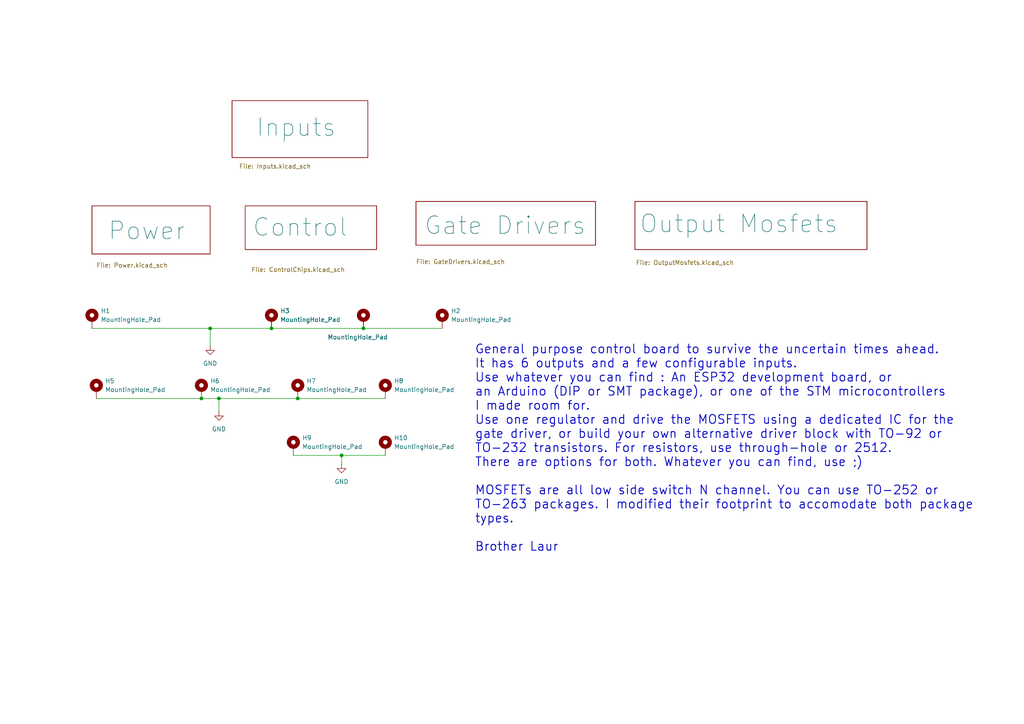
<source format=kicad_sch>
(kicad_sch (version 20250114) (generator "eeschema") (generator_version "9.0")
  (paper "A4")
  (title_block (title "4 channel thermostat v3.0") (company "Laurentiu Bucur"))
  (lib_symbols
    (symbol "Mechanical:MountingHole_Pad" (pin_numbers (hide yes)) (pin_names (offset 1.016) (hide yes)) (exclude_from_sim yes) (in_bom no)
      (property "Reference" "H" (at 0 6.35 0))
      (property "Value" "MountingHole_Pad" (at 0 4.445 0))
      (symbol "MountingHole_Pad_0_1"
        (circle (center 0 1.27) (radius 1.27) (stroke (width 1.27)))
      )
      (symbol "MountingHole_Pad_1_1"
        (pin input line (at 0 -2.54 90) (length 2.54) (name "1") (number "1"))
      )
    )
    (symbol "power:GND" (power) (pin_numbers (hide yes)) (pin_names (offset 0) (hide yes))
      (property "Value" "GND" (at 0 -3.81 0))
      (symbol "GND_0_1"
        (polyline (pts (xy 0 0) (xy 0 -1.27) (xy 1.27 -1.27) (xy 0 -2.54) (xy -1.27 -1.27) (xy 0 -1.27)))
      )
      (symbol "GND_1_1"
        (pin power_in line (at 0 0 270) (length 0) (name "~") (number "1"))
      )
    )
  )
  (text "General purpose control board to survive the uncertain times ahead.\nIt has 6 outputs and a few configurable inputs.\nUse whatever you can find : An ESP32 development board, or\nan Arduino (DIP or SMT package), or one of the STM microcontrollers\nI made room for.\nUse one regulator and drive the MOSFETS using a dedicated IC for the \ngate driver, or build your own alternative driver block with TO-92 or \nTO-232 transistors. For resistors, use through-hole or 2512. \nThere are options for both. Whatever you can find, use ;)\n\nMOSFETs are all low side switch N channel. You can use TO-252 or\nTO-263 packages. I modified their footprint to accomodate both package\ntypes.\n\nBrother Laur" (at 137.668 130.048 0) (effects (font (size 2.54 2.54) (thickness 0.254) (bold yes)) (justify left)))
  (junction (at 86.36 115.57))
  (junction (at 78.74 95.25))
  (junction (at 105.41 95.25))
  (junction (at 99.06 132.08))
  (junction (at 60.96 95.25))
  (junction (at 63.5 115.57))
  (junction (at 58.42 115.57))
  (wire (pts (xy 78.74 95.25) (xy 105.41 95.25)))
  (wire (pts (xy 27.94 115.57) (xy 58.42 115.57)))
  (wire (pts (xy 99.06 132.08) (xy 99.06 134.62)))
  (wire (pts (xy 105.41 95.25) (xy 128.27 95.25)))
  (wire (pts (xy 86.36 115.57) (xy 111.76 115.57)))
  (wire (pts (xy 99.06 132.08) (xy 111.76 132.08)))
  (wire (pts (xy 60.96 95.25) (xy 78.74 95.25)))
  (wire (pts (xy 26.67 95.25) (xy 60.96 95.25)))
  (wire (pts (xy 63.5 115.57) (xy 63.5 119.38)))
  (wire (pts (xy 85.09 132.08) (xy 99.06 132.08)))
  (wire (pts (xy 63.5 115.57) (xy 86.36 115.57)))
  (wire (pts (xy 58.42 115.57) (xy 63.5 115.57)))
  (wire (pts (xy 60.96 95.25) (xy 60.96 100.33)))
  (symbol (lib_id "Mechanical:MountingHole_Pad") (at 27.94 113.03 0) (unit 1) (exclude_from_sim yes) (in_bom no)
    (property "Reference" "H5" (at 30.48 110.4899 0) (effects (justify left)))
    (property "Value" "MountingHole_Pad" (at 30.48 113.0299 0) (effects (justify left)))
    (property "Footprint" "MountingHole:MountingHole_2.7mm_M2.5_Pad_Via" (effects (hide yes)))
    (property "Description" "Mounting Hole with connection" (effects (hide yes)))
  )
  (symbol (lib_id "power:GND") (at 60.96 100.33 0) (unit 1)
    (property "Reference" "#PWR019" (effects (hide yes)))
    (property "Value" "GND" (at 60.96 105.41 0))
    (property "Description" "Power symbol creates a global label with name \"GND\" , ground" (effects (hide yes)))
  )
  (symbol (lib_id "Mechanical:MountingHole_Pad") (at 78.74 92.71 0) (unit 1) (exclude_from_sim yes) (in_bom no)
    (property "Reference" "H3" (at 81.28 90.1699 0) (effects (justify left)))
    (property "Value" "MountingHole_Pad" (at 81.28 92.7099 0) (effects (justify left)))
    (property "Footprint" "MountingHole:MountingHole_2.7mm_M2.5_Pad_Via" (effects (hide yes)))
    (property "Description" "Mounting Hole with connection" (effects (hide yes)))
  )
  (symbol (lib_id "power:GND") (at 99.06 134.62 0) (unit 1)
    (property "Reference" "#PWR087" (effects (hide yes)))
    (property "Value" "GND" (at 99.06 139.7 0))
    (property "Description" "Power symbol creates a global label with name \"GND\" , ground" (effects (hide yes)))
  )
  (symbol (lib_id "Mechanical:MountingHole_Pad") (at 128.27 92.71 0) (unit 1) (exclude_from_sim yes) (in_bom no)
    (property "Reference" "H2" (at 130.81 90.1699 0) (effects (justify left)))
    (property "Value" "MountingHole_Pad" (at 130.81 92.7099 0) (effects (justify left)))
    (property "Footprint" "MountingHole:MountingHole_2.7mm_M2.5_Pad_Via" (effects (hide yes)))
    (property "Description" "Mounting Hole with connection" (effects (hide yes)))
  )
  (symbol (lib_id "Mechanical:MountingHole_Pad") (at 85.09 129.54 0) (unit 1) (exclude_from_sim yes) (in_bom no)
    (property "Reference" "H9" (at 87.63 126.9999 0) (effects (justify left)))
    (property "Value" "MountingHole_Pad" (at 87.63 129.5399 0) (effects (justify left)))
    (property "Footprint" "MountingHole:MountingHole_2.7mm_M2.5_Pad_Via" (effects (hide yes)))
    (property "Description" "Mounting Hole with connection" (effects (hide yes)))
  )
  (symbol (lib_id "Mechanical:MountingHole_Pad") (at 26.67 92.71 0) (unit 1) (exclude_from_sim yes) (in_bom no)
    (property "Reference" "H1" (at 29.21 90.1699 0) (effects (justify left)))
    (property "Value" "MountingHole_Pad" (at 29.21 92.7099 0) (effects (justify left)))
    (property "Footprint" "MountingHole:MountingHole_2.7mm_M2.5_Pad_Via" (effects (hide yes)))
    (property "Description" "Mounting Hole with connection" (effects (hide yes)))
  )
  (symbol (lib_id "Mechanical:MountingHole_Pad") (at 86.36 113.03 0) (unit 1) (exclude_from_sim yes) (in_bom no)
    (property "Reference" "H7" (at 88.9 110.4899 0) (effects (justify left)))
    (property "Value" "MountingHole_Pad" (at 88.9 113.0299 0) (effects (justify left)))
    (property "Footprint" "MountingHole:MountingHole_2.7mm_M2.5_Pad_Via" (effects (hide yes)))
    (property "Description" "Mounting Hole with connection" (effects (hide yes)))
  )
  (symbol (lib_id "Mechanical:MountingHole_Pad") (at 111.76 129.54 0) (unit 1) (exclude_from_sim yes) (in_bom no)
    (property "Reference" "H10" (at 114.3 126.9999 0) (effects (justify left)))
    (property "Value" "MountingHole_Pad" (at 114.3 129.5399 0) (effects (justify left)))
    (property "Footprint" "MountingHole:MountingHole_2.7mm_M2.5_Pad_Via" (effects (hide yes)))
    (property "Description" "Mounting Hole with connection" (effects (hide yes)))
  )
  (symbol (lib_id "Mechanical:MountingHole_Pad") (at 111.76 113.03 0) (unit 1) (exclude_from_sim yes) (in_bom no)
    (property "Reference" "H8" (at 114.3 110.4899 0) (effects (justify left)))
    (property "Value" "MountingHole_Pad" (at 114.3 113.0299 0) (effects (justify left)))
    (property "Footprint" "MountingHole:MountingHole_2.7mm_M2.5_Pad_Via" (effects (hide yes)))
    (property "Description" "Mounting Hole with connection" (effects (hide yes)))
  )
  (symbol (lib_id "power:GND") (at 63.5 119.38 0) (unit 1)
    (property "Reference" "#PWR086" (effects (hide yes)))
    (property "Value" "GND" (at 63.5 124.46 0))
    (property "Description" "Power symbol creates a global label with name \"GND\" , ground" (effects (hide yes)))
  )
  (symbol (lib_id "Mechanical:MountingHole_Pad") (at 105.41 92.71 0) (unit 1) (exclude_from_sim yes) (in_bom no)
    (property "Reference" "H4" (effects (hide yes)))
    (property "Value" "MountingHole_Pad" (at 94.996 97.79 0) (effects (justify left)))
    (property "Footprint" "MountingHole:MountingHole_2.7mm_M2.5_Pad_Via" (effects (hide yes)))
    (property "Description" "Mounting Hole with connection" (effects (hide yes)))
  )
  (symbol (lib_id "Mechanical:MountingHole_Pad") (at 58.42 113.03 0) (unit 1) (exclude_from_sim yes) (in_bom no)
    (property "Reference" "H6" (at 60.96 110.4899 0) (effects (justify left)))
    (property "Value" "MountingHole_Pad" (at 60.96 113.0299 0) (effects (justify left)))
    (property "Footprint" "MountingHole:MountingHole_2.7mm_M2.5_Pad_Via" (effects (hide yes)))
    (property "Description" "Mounting Hole with connection" (effects (hide yes)))
  )
  (sheet (at 26.67 59.69) (size 34.29 13.97) (stroke (width 0.1524))
    (property "Sheetname" "Power" (at 31.242 69.85 0) (effects (font (size 5.08 5.08)) (justify left bottom)))
    (property "Sheetfile" "Power.kicad_sch" (at 27.94 76.2 0) (effects (justify left top)))
  )
  (sheet (at 184.15 58.42) (size 67.31 13.97) (stroke (width 0.1524))
    (property "Sheetname" "Output Mosfets" (at 185.42 67.818 0) (effects (font (size 5.08 5.08)) (justify left bottom)))
    (property "Sheetfile" "OutputMosfets.kicad_sch" (at 184.404 75.438 0) (effects (justify left top)))
  )
  (sheet (at 120.65 58.42) (size 52.07 12.7) (stroke (width 0.1524))
    (property "Sheetname" "Gate Drivers" (at 122.936 68.326 0) (effects (font (size 5.08 5.08)) (justify left bottom)))
    (property "Sheetfile" "GateDrivers.kicad_sch" (at 120.65 75.184 0) (effects (justify left top)))
  )
  (sheet (at 71.12 59.69) (size 38.1 12.7) (stroke (width 0.1524))
    (property "Sheetname" "Control" (at 73.152 68.834 0) (effects (font (size 5.08 5.08)) (justify left bottom)))
    (property "Sheetfile" "ControlChips.kicad_sch" (at 72.898 77.47 0) (effects (justify left top)))
  )
  (sheet (at 67.31 29.21) (size 39.37 16.51) (stroke (width 0.1524))
    (property "Sheetname" "Inputs" (at 74.168 39.878 0) (effects (font (size 5.08 5.08)) (justify left bottom)))
    (property "Sheetfile" "Inputs.kicad_sch" (at 69.342 47.498 0) (effects (justify left top)))
  )
)
</source>
